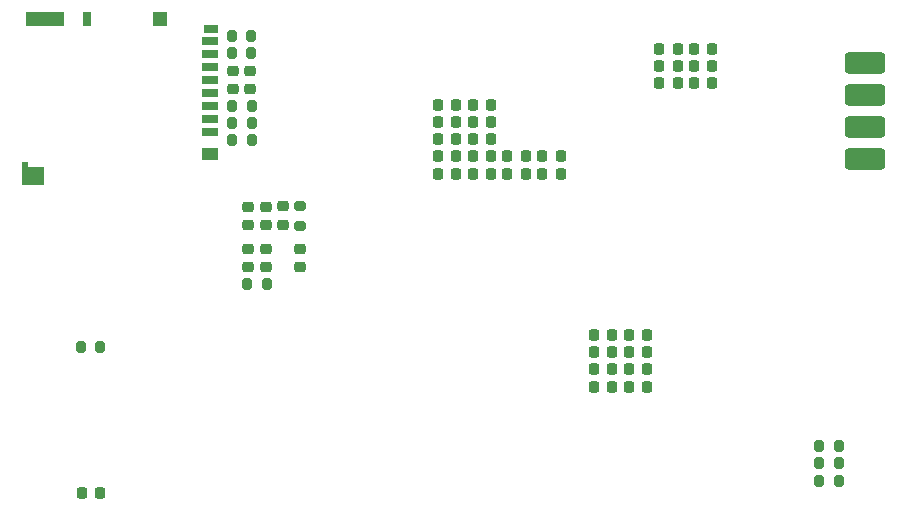
<source format=gbr>
%TF.GenerationSoftware,KiCad,Pcbnew,9.0.3*%
%TF.CreationDate,2025-10-26T12:54:33-04:00*%
%TF.ProjectId,SeedSBC_rev1_1,53656564-5342-4435-9f72-6576315f312e,rev?*%
%TF.SameCoordinates,Original*%
%TF.FileFunction,Paste,Bot*%
%TF.FilePolarity,Positive*%
%FSLAX46Y46*%
G04 Gerber Fmt 4.6, Leading zero omitted, Abs format (unit mm)*
G04 Created by KiCad (PCBNEW 9.0.3) date 2025-10-26 12:54:33*
%MOMM*%
%LPD*%
G01*
G04 APERTURE LIST*
G04 Aperture macros list*
%AMRoundRect*
0 Rectangle with rounded corners*
0 $1 Rounding radius*
0 $2 $3 $4 $5 $6 $7 $8 $9 X,Y pos of 4 corners*
0 Add a 4 corners polygon primitive as box body*
4,1,4,$2,$3,$4,$5,$6,$7,$8,$9,$2,$3,0*
0 Add four circle primitives for the rounded corners*
1,1,$1+$1,$2,$3*
1,1,$1+$1,$4,$5*
1,1,$1+$1,$6,$7*
1,1,$1+$1,$8,$9*
0 Add four rect primitives between the rounded corners*
20,1,$1+$1,$2,$3,$4,$5,0*
20,1,$1+$1,$4,$5,$6,$7,0*
20,1,$1+$1,$6,$7,$8,$9,0*
20,1,$1+$1,$8,$9,$2,$3,0*%
%AMRotRect*
0 Rectangle, with rotation*
0 The origin of the aperture is its center*
0 $1 length*
0 $2 width*
0 $3 Rotation angle, in degrees counterclockwise*
0 Add horizontal line*
21,1,$1,$2,0,0,$3*%
G04 Aperture macros list end*
%ADD10RoundRect,0.225000X0.250000X-0.225000X0.250000X0.225000X-0.250000X0.225000X-0.250000X-0.225000X0*%
%ADD11RoundRect,0.225000X-0.225000X-0.250000X0.225000X-0.250000X0.225000X0.250000X-0.225000X0.250000X0*%
%ADD12RoundRect,0.200000X-0.200000X-0.275000X0.200000X-0.275000X0.200000X0.275000X-0.200000X0.275000X0*%
%ADD13RoundRect,0.200000X0.200000X0.275000X-0.200000X0.275000X-0.200000X-0.275000X0.200000X-0.275000X0*%
%ADD14RoundRect,0.250000X1.450000X0.650000X-1.450000X0.650000X-1.450000X-0.650000X1.450000X-0.650000X0*%
%ADD15RoundRect,0.218750X0.256250X-0.218750X0.256250X0.218750X-0.256250X0.218750X-0.256250X-0.218750X0*%
%ADD16RoundRect,0.225000X0.225000X0.250000X-0.225000X0.250000X-0.225000X-0.250000X0.225000X-0.250000X0*%
%ADD17R,1.400000X0.700000*%
%ADD18R,1.200000X0.700000*%
%ADD19R,0.800000X1.200000*%
%ADD20R,1.900000X1.500000*%
%ADD21RotRect,0.200000X0.200000X45.000000*%
%ADD22R,0.500000X0.500000*%
%ADD23R,1.400000X1.000000*%
%ADD24R,3.200000X1.200000*%
%ADD25R,1.200000X1.200000*%
%ADD26RoundRect,0.225000X-0.250000X0.225000X-0.250000X-0.225000X0.250000X-0.225000X0.250000X0.225000X0*%
%ADD27RoundRect,0.200000X-0.275000X0.200000X-0.275000X-0.200000X0.275000X-0.200000X0.275000X0.200000X0*%
%ADD28RoundRect,0.218750X-0.256250X0.218750X-0.256250X-0.218750X0.256250X-0.218750X0.256250X0.218750X0*%
G04 APERTURE END LIST*
D10*
%TO.C,C57*%
X121380000Y-99710000D03*
X121380000Y-98160000D03*
%TD*%
D11*
%TO.C,C26*%
X140350000Y-90990000D03*
X141900000Y-90990000D03*
%TD*%
D12*
%TO.C,R33*%
X169725000Y-118430000D03*
X171375000Y-118430000D03*
%TD*%
D11*
%TO.C,C12*%
X153600000Y-109010000D03*
X155150000Y-109010000D03*
%TD*%
D13*
%TO.C,R20*%
X122930000Y-104710000D03*
X121280000Y-104710000D03*
%TD*%
D14*
%TO.C,TP3V3*%
X173570000Y-88730000D03*
%TD*%
D15*
%TO.C,L8*%
X125760000Y-103280000D03*
X125760000Y-101705000D03*
%TD*%
D16*
%TO.C,C47*%
X160665000Y-86260000D03*
X159115000Y-86260000D03*
%TD*%
D13*
%TO.C,R3*%
X121640000Y-92530000D03*
X119990000Y-92530000D03*
%TD*%
D11*
%TO.C,C53*%
X153600000Y-111930000D03*
X155150000Y-111930000D03*
%TD*%
D10*
%TO.C,C2*%
X121550000Y-88180000D03*
X121550000Y-86630000D03*
%TD*%
D16*
%TO.C,C11*%
X152190000Y-113390000D03*
X150640000Y-113390000D03*
%TD*%
D14*
%TO.C,TP1V2*%
X173570000Y-91430000D03*
%TD*%
D11*
%TO.C,C25*%
X140350000Y-92450000D03*
X141900000Y-92450000D03*
%TD*%
D17*
%TO.C,J2*%
X118120000Y-91800000D03*
X118120000Y-90700000D03*
X118120000Y-89600000D03*
X118120000Y-88500000D03*
X118120000Y-87400000D03*
X118120000Y-86300000D03*
X118120000Y-85200000D03*
X118120000Y-84100000D03*
D18*
X118220000Y-83150000D03*
D19*
X107720000Y-82300000D03*
D20*
X103120000Y-95600000D03*
D21*
X102670000Y-94850000D03*
D22*
X102420000Y-94600000D03*
D23*
X118120000Y-93700000D03*
D24*
X104120000Y-82300000D03*
D25*
X113920000Y-82300000D03*
%TD*%
D10*
%TO.C,C46*%
X122850000Y-99710000D03*
X122850000Y-98160000D03*
%TD*%
D13*
%TO.C,R46*%
X121620000Y-85190000D03*
X119970000Y-85190000D03*
%TD*%
D16*
%TO.C,C17*%
X138940000Y-89530000D03*
X137390000Y-89530000D03*
%TD*%
%TO.C,C27*%
X144860000Y-93910000D03*
X143310000Y-93910000D03*
%TD*%
D11*
%TO.C,C31*%
X156155000Y-87730000D03*
X157705000Y-87730000D03*
%TD*%
D26*
%TO.C,C59*%
X122840000Y-101730000D03*
X122840000Y-103280000D03*
%TD*%
D16*
%TO.C,C20*%
X138940000Y-92450000D03*
X137390000Y-92450000D03*
%TD*%
D11*
%TO.C,C30*%
X146270000Y-93910000D03*
X147820000Y-93910000D03*
%TD*%
%TO.C,C24*%
X140350000Y-93910000D03*
X141900000Y-93910000D03*
%TD*%
D14*
%TO.C,TP2V5*%
X173570000Y-94130000D03*
%TD*%
D27*
%TO.C,R19*%
X125780000Y-98110000D03*
X125780000Y-99760000D03*
%TD*%
D16*
%TO.C,C19*%
X138940000Y-90990000D03*
X137390000Y-90990000D03*
%TD*%
%TO.C,C32*%
X160665000Y-87730000D03*
X159115000Y-87730000D03*
%TD*%
D11*
%TO.C,C18*%
X140350000Y-95370000D03*
X141900000Y-95370000D03*
%TD*%
D10*
%TO.C,C1*%
X120080000Y-88180000D03*
X120080000Y-86630000D03*
%TD*%
D11*
%TO.C,C23*%
X140350000Y-89530000D03*
X141900000Y-89530000D03*
%TD*%
D16*
%TO.C,C50*%
X152190000Y-110470000D03*
X150640000Y-110470000D03*
%TD*%
D11*
%TO.C,C63*%
X156155000Y-84790000D03*
X157705000Y-84790000D03*
%TD*%
D12*
%TO.C,R34*%
X169725000Y-119890000D03*
X171375000Y-119890000D03*
%TD*%
D11*
%TO.C,C48*%
X156155000Y-86260000D03*
X157705000Y-86260000D03*
%TD*%
D14*
%TO.C,TP5V0*%
X173570000Y-86030000D03*
%TD*%
D11*
%TO.C,C54*%
X153600000Y-110470000D03*
X155150000Y-110470000D03*
%TD*%
D16*
%TO.C,C51*%
X152190000Y-111930000D03*
X150640000Y-111930000D03*
%TD*%
%TO.C,C21*%
X138940000Y-93910000D03*
X137390000Y-93910000D03*
%TD*%
D11*
%TO.C,C29*%
X146270000Y-95370000D03*
X147820000Y-95370000D03*
%TD*%
D16*
%TO.C,C62*%
X160665000Y-84790000D03*
X159115000Y-84790000D03*
%TD*%
D12*
%TO.C,R32*%
X169725000Y-121350000D03*
X171375000Y-121350000D03*
%TD*%
D11*
%TO.C,C3*%
X107255000Y-122420000D03*
X108805000Y-122420000D03*
%TD*%
D28*
%TO.C,L7*%
X124320000Y-98142500D03*
X124320000Y-99717500D03*
%TD*%
D16*
%TO.C,C28*%
X144860000Y-95370000D03*
X143310000Y-95370000D03*
%TD*%
D13*
%TO.C,R47*%
X121640000Y-89610000D03*
X119990000Y-89610000D03*
%TD*%
%TO.C,R2*%
X121640000Y-91070000D03*
X119990000Y-91070000D03*
%TD*%
D16*
%TO.C,C22*%
X138940000Y-95370000D03*
X137390000Y-95370000D03*
%TD*%
D12*
%TO.C,R1*%
X107175000Y-110000000D03*
X108825000Y-110000000D03*
%TD*%
D26*
%TO.C,C58*%
X121380000Y-101730000D03*
X121380000Y-103280000D03*
%TD*%
D11*
%TO.C,C52*%
X153600000Y-113400000D03*
X155150000Y-113400000D03*
%TD*%
D13*
%TO.C,R45*%
X121620000Y-83730000D03*
X119970000Y-83730000D03*
%TD*%
D16*
%TO.C,C49*%
X152190000Y-109010000D03*
X150640000Y-109010000D03*
%TD*%
M02*

</source>
